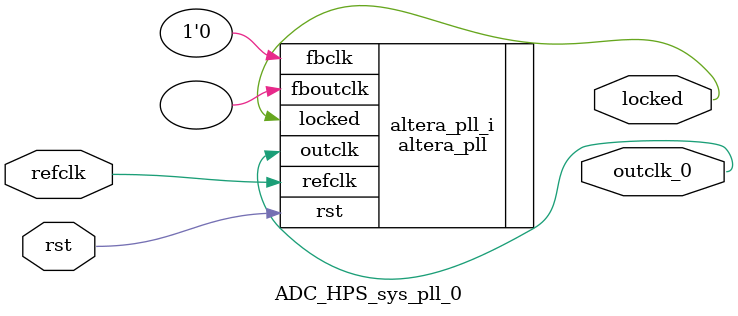
<source format=v>
`timescale 1ns/10ps
module  ADC_HPS_sys_pll_0(

	// interface 'refclk'
	input wire refclk,

	// interface 'reset'
	input wire rst,

	// interface 'outclk0'
	output wire outclk_0,

	// interface 'locked'
	output wire locked
);

	altera_pll #(
		.fractional_vco_multiplier("false"),
		.reference_clock_frequency("50.0 MHz"),
		.operation_mode("direct"),
		.number_of_clocks(1),
		.output_clock_frequency0("40.000000 MHz"),
		.phase_shift0("0 ps"),
		.duty_cycle0(50),
		.output_clock_frequency1("0 MHz"),
		.phase_shift1("0 ps"),
		.duty_cycle1(50),
		.output_clock_frequency2("0 MHz"),
		.phase_shift2("0 ps"),
		.duty_cycle2(50),
		.output_clock_frequency3("0 MHz"),
		.phase_shift3("0 ps"),
		.duty_cycle3(50),
		.output_clock_frequency4("0 MHz"),
		.phase_shift4("0 ps"),
		.duty_cycle4(50),
		.output_clock_frequency5("0 MHz"),
		.phase_shift5("0 ps"),
		.duty_cycle5(50),
		.output_clock_frequency6("0 MHz"),
		.phase_shift6("0 ps"),
		.duty_cycle6(50),
		.output_clock_frequency7("0 MHz"),
		.phase_shift7("0 ps"),
		.duty_cycle7(50),
		.output_clock_frequency8("0 MHz"),
		.phase_shift8("0 ps"),
		.duty_cycle8(50),
		.output_clock_frequency9("0 MHz"),
		.phase_shift9("0 ps"),
		.duty_cycle9(50),
		.output_clock_frequency10("0 MHz"),
		.phase_shift10("0 ps"),
		.duty_cycle10(50),
		.output_clock_frequency11("0 MHz"),
		.phase_shift11("0 ps"),
		.duty_cycle11(50),
		.output_clock_frequency12("0 MHz"),
		.phase_shift12("0 ps"),
		.duty_cycle12(50),
		.output_clock_frequency13("0 MHz"),
		.phase_shift13("0 ps"),
		.duty_cycle13(50),
		.output_clock_frequency14("0 MHz"),
		.phase_shift14("0 ps"),
		.duty_cycle14(50),
		.output_clock_frequency15("0 MHz"),
		.phase_shift15("0 ps"),
		.duty_cycle15(50),
		.output_clock_frequency16("0 MHz"),
		.phase_shift16("0 ps"),
		.duty_cycle16(50),
		.output_clock_frequency17("0 MHz"),
		.phase_shift17("0 ps"),
		.duty_cycle17(50),
		.pll_type("General"),
		.pll_subtype("General")
	) altera_pll_i (
		.rst	(rst),
		.outclk	({outclk_0}),
		.locked	(locked),
		.fboutclk	( ),
		.fbclk	(1'b0),
		.refclk	(refclk)
	);
endmodule


</source>
